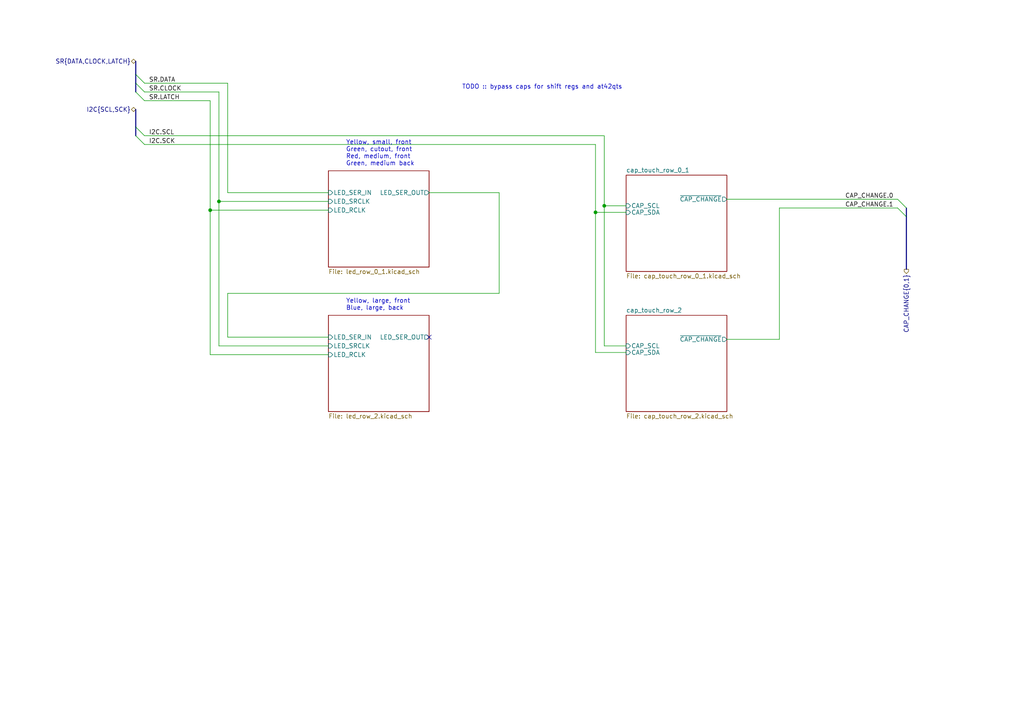
<source format=kicad_sch>
(kicad_sch (version 20230121) (generator eeschema)
  (paper "A4")
  (lib_symbols)
  (junction (at 63.5 58.42))
  (junction (at 60.96 60.96))
  (junction (at 175.26 59.69))
  (junction (at 172.72 61.595))
  (no_connect (at 124.46 97.79))
  (bus_entry (at 262.89 60.325) (size -2.54 -2.54))
  (bus_entry (at 39.37 39.37) (size 2.54 2.54))
  (bus_entry (at 39.37 24.13) (size 2.54 2.54))
  (bus_entry (at 262.89 62.865) (size -2.54 -2.54))
  (bus_entry (at 39.37 36.83) (size 2.54 2.54))
  (bus_entry (at 39.37 26.67) (size 2.54 2.54))
  (bus_entry (at 39.37 21.59) (size 2.54 2.54))
  (wire (pts (xy 66.04 85.09) (xy 66.04 97.79)))
  (wire (pts (xy 144.78 55.88) (xy 144.78 85.09)))
  (wire (pts (xy 66.04 24.13) (xy 66.04 55.88)))
  (bus (pts (xy 39.37 26.67) (xy 39.37 24.13)))
  (bus (pts (xy 39.37 39.37) (xy 39.37 36.83)))
  (wire (pts (xy 210.82 57.785) (xy 260.35 57.785)))
  (bus (pts (xy 262.89 62.865) (xy 262.89 78.105)))
  (wire (pts (xy 66.04 55.88) (xy 95.25 55.88)))
  (wire (pts (xy 172.72 61.595) (xy 181.61 61.595)))
  (wire (pts (xy 175.26 59.69) (xy 181.61 59.69)))
  (wire (pts (xy 60.96 102.87) (xy 95.25 102.87)))
  (wire (pts (xy 226.06 60.325) (xy 260.35 60.325)))
  (wire (pts (xy 172.72 61.595) (xy 172.72 102.235)))
  (wire (pts (xy 41.91 24.13) (xy 66.04 24.13)))
  (wire (pts (xy 41.91 41.91) (xy 172.72 41.91)))
  (wire (pts (xy 63.5 58.42) (xy 95.25 58.42)))
  (wire (pts (xy 60.96 60.96) (xy 60.96 102.87)))
  (wire (pts (xy 41.91 29.21) (xy 60.96 29.21)))
  (bus (pts (xy 39.37 36.83) (xy 39.37 31.75)))
  (wire (pts (xy 175.26 100.33) (xy 181.61 100.33)))
  (wire (pts (xy 63.5 100.33) (xy 63.5 58.42)))
  (wire (pts (xy 66.04 97.79) (xy 95.25 97.79)))
  (wire (pts (xy 210.82 98.425) (xy 226.06 98.425)))
  (wire (pts (xy 60.96 60.96) (xy 95.25 60.96)))
  (wire (pts (xy 172.72 102.235) (xy 181.61 102.235)))
  (wire (pts (xy 41.91 39.37) (xy 175.26 39.37)))
  (wire (pts (xy 172.72 41.91) (xy 172.72 61.595)))
  (wire (pts (xy 63.5 26.67) (xy 63.5 58.42)))
  (bus (pts (xy 39.37 21.59) (xy 39.37 17.78)))
  (wire (pts (xy 41.91 26.67) (xy 63.5 26.67)))
  (wire (pts (xy 124.46 55.88) (xy 144.78 55.88)))
  (wire (pts (xy 95.25 100.33) (xy 63.5 100.33)))
  (wire (pts (xy 175.26 39.37) (xy 175.26 59.69)))
  (wire (pts (xy 226.06 98.425) (xy 226.06 60.325)))
  (wire (pts (xy 144.78 85.09) (xy 66.04 85.09)))
  (bus (pts (xy 39.37 24.13) (xy 39.37 21.59)))
  (wire (pts (xy 175.26 59.69) (xy 175.26 100.33)))
  (wire (pts (xy 60.96 29.21) (xy 60.96 60.96)))
  (bus (pts (xy 262.89 60.325) (xy 262.89 62.865)))
  (text "Yellow, large, front\nBlue, large, back" (at 100.33 90.17 0) (effects (font (size 1.27 1.27)) (justify left bottom)))
  (text "TODO :: bypass caps for shift regs and at42qts" (at 133.985 26.035 0) (effects (font (size 1.27 1.27)) (justify left bottom)))
  (text "Yellow, small, front\nGreen, cutout, front\nRed, medium, front\nGreen, medium back" (at 100.33 48.26 0) (effects (font (size 1.27 1.27)) (justify left bottom)))
  (label "SR.CLOCK" (at 43.18 26.67 0))
  (label "SR.DATA" (at 43.18 24.13 0))
  (label "I2C.SCK" (at 43.18 41.91 0))
  (label "SR.LATCH" (at 43.18 29.21 0))
  (label "CAP_CHANGE.0" (at 245.11 57.785 0))
  (label "I2C.SCL" (at 43.18 39.37 0))
  (label "CAP_CHANGE.1" (at 245.11 60.325 0))
  (hierarchical_label "I2C{SCL,SCK}" (shape bidirectional) (at 39.37 31.75 180))
  (hierarchical_label "SR{DATA,CLOCK,LATCH}" (shape bidirectional) (at 39.37 17.78 180))
  (hierarchical_label "CAP_CHANGE{0,1}" (shape output) (at 262.89 78.105 270))
  (sheet (at 181.61 50.8) (size 29.21 27.94) (stroke (width 0.1524))
    (property "Sheetname" "cap_touch_row_0_1" (at 181.61 50.0884 0) (effects (justify left bottom)))
    (property "Sheetfile" "cap_touch_row_0_1.kicad_sch" (at 181.61 79.3246 0) (effects (justify left top)))
    (pin "~{CAP_CHANGE}" output (at 210.82 57.785 0))
    (pin "CAP_SCL" input (at 181.61 59.69 180))
    (pin "CAP_SDA" input (at 181.61 61.595 180))
  )
  (sheet (at 181.61 91.44) (size 29.21 27.94) (stroke (width 0.1524))
    (property "Sheetname" "cap_touch_row_2" (at 181.61 90.7284 0) (effects (justify left bottom)))
    (property "Sheetfile" "cap_touch_row_2.kicad_sch" (at 181.61 119.9646 0) (effects (justify left top)))
    (pin "~{CAP_CHANGE}" output (at 210.82 98.425 0))
    (pin "CAP_SCL" input (at 181.61 100.33 180))
    (pin "CAP_SDA" input (at 181.61 102.235 180))
  )
  (sheet (at 95.25 91.44) (size 29.21 27.94) (stroke (width 0.1524))
    (property "Sheetname" "led_row_2" (effects hide))
    (property "Sheetfile" "led_row_2.kicad_sch" (at 95.25 119.9646 0) (effects (justify left top)))
    (pin "LED_SER_IN" input (at 95.25 97.79 180))
    (pin "LED_SRCLK" input (at 95.25 100.33 180))
    (pin "LED_RCLK" input (at 95.25 102.87 180))
    (pin "LED_SER_OUT" output (at 124.46 97.79 0))
  )
  (sheet (at 95.25 49.53) (size 29.21 27.94) (stroke (width 0.1524))
    (property "Sheetname" "led_row_0_1" (effects hide))
    (property "Sheetfile" "led_row_0_1.kicad_sch" (at 95.25 78.0546 0) (effects (justify left top)))
    (pin "LED_SER_IN" input (at 95.25 55.88 180))
    (pin "LED_SRCLK" input (at 95.25 58.42 180))
    (pin "LED_RCLK" input (at 95.25 60.96 180))
    (pin "LED_SER_OUT" output (at 124.46 55.88 0))
  )
)
</source>
